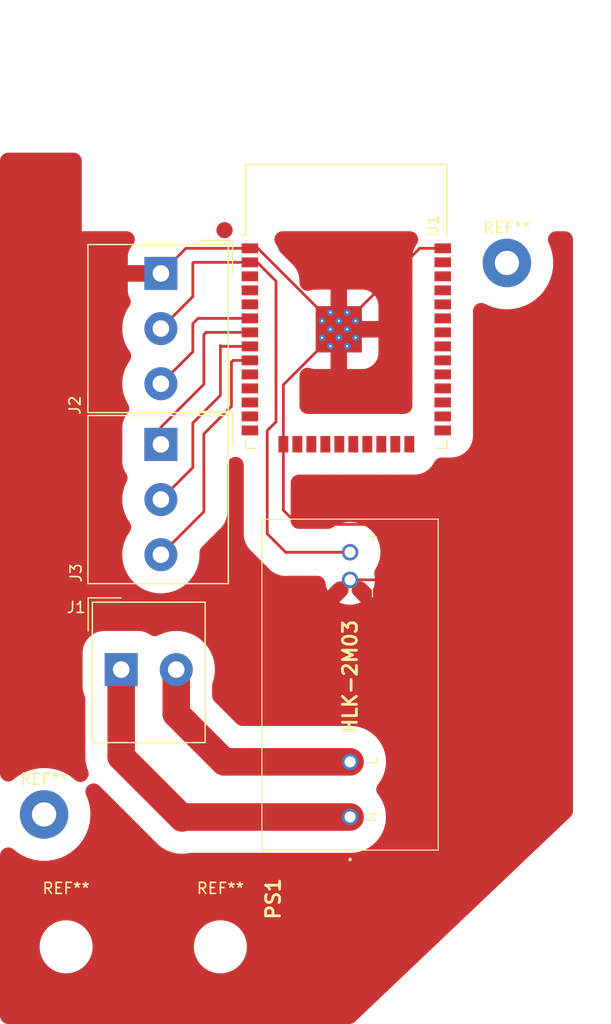
<source format=kicad_pcb>
(kicad_pcb (version 20221018) (generator pcbnew)
  (layers (0 "F.Cu" signal) (31 "B.Cu" signal) (34 "B.Paste" user) (35 "F.Paste" user) (36 "B.SilkS" user "B.Silkscreen") (37 "F.SilkS" user "F.Silkscreen") (38 "B.Mask" user) (39 "F.Mask" user) (44 "Edge.Cuts" user))
  (net 0 "")
  (net 1 "Net-(J1-Pin_1)")
  (net 2 "Net-(J1-Pin_2)")
  (net 3 "Net-(J2-Pin_2)")
  (net 4 "Net-(J2-Pin_1)")
  (net 8 "Net-(J3-Pin_1)")
  (net 9 "Net-(J2-Pin_3)")
  (net 10 "Net-(J3-Pin_3)")
  (net 11 "Net-(J3-Pin_2)")
  (footprint "MountingHole:MountingHole_2.2mm_M2_Pad" (layer "F.Cu") (at 63 166)
    (fp_text reference "REF**" (at 0 -3.2) (layer "F.SilkS"))
    (fp_text value "MountingHole_2.2mm_M2_Pad" hide)
    (pad "1" thru_hole circle (at 0 0) (size 4.4 4.4) (drill 2.2) (layers "*.Cu" "*.Mask"))
  )
  (footprint "TerminalBlock_Altech:Altech_AK300_1x03_P5.00mm_45-Degree" (layer "F.Cu") (at 73.6 132.45 -90)
    (fp_text reference "J3" (at 11.65 7.7 90) (layer "F.SilkS"))
    (fp_text value "Screw_Terminal_01x03" hide)
    (fp_line (start -3 -6.5) (end 0 -6.5) (stroke (width 0.12)) (layer "F.SilkS"))
    (fp_line (start -3 -3.5) (end -3 -6.5) (stroke (width 0.12)) (layer "F.SilkS"))
    (fp_line (start -2.62 -6.12) (end -2.62 6.62) (stroke (width 0.12)) (layer "F.SilkS"))
    (fp_line (start -2.62 -6.12) (end -2.62 6.62) (stroke (width 0.12)) (layer "F.SilkS"))
    (fp_line (start -2.62 -6.12) (end 12.62 -6.12) (stroke (width 0.12)) (layer "F.SilkS"))
    (fp_line (start -2.62 -6.12) (end 12.62 -6.12) (stroke (width 0.12)) (layer "F.SilkS"))
    (fp_line (start -2.62 6.62) (end 12.62 6.62) (stroke (width 0.12)) (layer "F.SilkS"))
    (fp_line (start -2.62 6.62) (end 12.62 6.62) (stroke (width 0.12)) (layer "F.SilkS"))
    (fp_line (start 12.62 -6.12) (end 12.62 6.62) (stroke (width 0.12)) (layer "F.SilkS"))
    (fp_line (start 12.62 -6.12) (end 12.62 6.62) (stroke (width 0.12)) (layer "F.SilkS"))
    (pad "1" thru_hole rect (at 0 0 270) (size 3 3) (drill 1.5) (layers "*.Cu" "*.Mask") (net 8 "Net-(J3-Pin_1)"))
    (pad "2" thru_hole circle (at 5 0 270) (size 3 3) (drill 1.5) (layers "*.Cu" "*.Mask") (net 11 "Net-(J3-Pin_2)"))
    (pad "3" thru_hole circle (at 10 0 270) (size 3 3) (drill 1.5) (layers "*.Cu" "*.Mask") (net 10 "Net-(J3-Pin_3)"))
  )
  (footprint "TerminalBlock_Altech:Altech_AK300_1x03_P5.00mm_45-Degree" (layer "F.Cu") (at 73.6 116.95 -90)
    (fp_text reference "J2" (at 11.95 7.8 90) (layer "F.SilkS"))
    (fp_text value "Screw_Terminal_01x03" hide)
    (fp_line (start -3 -6.5) (end 0 -6.5) (stroke (width 0.12)) (layer "F.SilkS"))
    (fp_line (start -3 -3.5) (end -3 -6.5) (stroke (width 0.12)) (layer "F.SilkS"))
    (fp_line (start -2.62 -6.12) (end -2.62 6.62) (stroke (width 0.12)) (layer "F.SilkS"))
    (fp_line (start -2.62 -6.12) (end -2.62 6.62) (stroke (width 0.12)) (layer "F.SilkS"))
    (fp_line (start -2.62 -6.12) (end 12.62 -6.12) (stroke (width 0.12)) (layer "F.SilkS"))
    (fp_line (start -2.62 -6.12) (end 12.62 -6.12) (stroke (width 0.12)) (layer "F.SilkS"))
    (fp_line (start -2.62 6.62) (end 12.62 6.62) (stroke (width 0.12)) (layer "F.SilkS"))
    (fp_line (start -2.62 6.62) (end 12.62 6.62) (stroke (width 0.12)) (layer "F.SilkS"))
    (fp_line (start 12.62 -6.12) (end 12.62 6.62) (stroke (width 0.12)) (layer "F.SilkS"))
    (fp_line (start 12.62 -6.12) (end 12.62 6.62) (stroke (width 0.12)) (layer "F.SilkS"))
    (pad "1" thru_hole rect (at 0 0 270) (size 3 3) (drill 1.5) (layers "*.Cu" "*.Mask") (net 4 "Net-(J2-Pin_1)"))
    (pad "2" thru_hole circle (at 5 0 270) (size 3 3) (drill 1.5) (layers "*.Cu" "*.Mask") (net 3 "Net-(J2-Pin_2)"))
    (pad "3" thru_hole circle (at 10 0 270) (size 3 3) (drill 1.5) (layers "*.Cu" "*.Mask") (net 9 "Net-(J2-Pin_3)"))
  )
  (footprint "MountingHole:MountingHole_2.2mm_M2_Pad" (layer "F.Cu") (at 105 116)
    (fp_text reference "REF**" (at 0 -3.2) (layer "F.SilkS"))
    (fp_text value "MountingHole_2.2mm_M2_Pad" hide)
    (pad "1" thru_hole circle (at 0 0) (size 4.4 4.4) (drill 2.2) (layers "*.Cu" "*.Mask"))
  )
  (footprint "MountingHole:MountingHole_4.3mm_M4" (layer "F.Cu") (at 79 178)
    (fp_text reference "REF**" (at 0 -5.3) (layer "F.SilkS"))
    (fp_text value "MountingHole_4.3mm_M4" hide)
    (pad "" np_thru_hole circle (at 0 0) (size 4.3 4.3) (drill 4.3) (layers "*.Cu" "*.Mask"))
  )
  (footprint "TerminalBlock_Altech:Altech_AK300_1x02_P5.00mm_45-Degree" (layer "F.Cu") (at 69.9975 152.8675)
    (fp_text reference "J1" (at -4.0825 -5.6375) (layer "F.SilkS"))
    (fp_text value "Screw_Terminal_01x02" hide)
    (fp_line (start -3 -6.5) (end 0 -6.5) (stroke (width 0.12)) (layer "F.SilkS"))
    (fp_line (start -3 -3.5) (end -3 -6.5) (stroke (width 0.12)) (layer "F.SilkS"))
    (fp_line (start -2.62 -6.12) (end -2.62 6.62) (stroke (width 0.12)) (layer "F.SilkS"))
    (fp_line (start -2.62 -6.12) (end -2.62 6.62) (stroke (width 0.12)) (layer "F.SilkS"))
    (fp_line (start -2.62 -6.12) (end 7.62 -6.12) (stroke (width 0.12)) (layer "F.SilkS"))
    (fp_line (start -2.62 -6.12) (end 7.62 -6.12) (stroke (width 0.12)) (layer "F.SilkS"))
    (fp_line (start -2.62 6.62) (end 7.62 6.62) (stroke (width 0.12)) (layer "F.SilkS"))
    (fp_line (start -2.62 6.62) (end 7.62 6.62) (stroke (width 0.12)) (layer "F.SilkS"))
    (fp_line (start 7.62 -6.12) (end 7.62 6.62) (stroke (width 0.12)) (layer "F.SilkS"))
    (fp_line (start 7.62 -6.12) (end 7.62 6.62) (stroke (width 0.12)) (layer "F.SilkS"))
    (pad "1" thru_hole rect (at 0 0) (size 3 3) (drill 1.5) (layers "*.Cu" "*.Mask") (net 1 "Net-(J1-Pin_1)"))
    (pad "2" thru_hole circle (at 5 0) (size 3 3) (drill 1.5) (layers "*.Cu" "*.Mask") (net 2 "Net-(J1-Pin_2)"))
  )
  (footprint "converts:HLK2M03" (layer "F.Cu") (at 90.77 166.23 90)
    (fp_text reference "PS1" (at -7.42 -6.97 90) (layer "F.SilkS") (effects (font (size 1.27 1.27) (thickness 0.254))))
    (fp_text value "HLK-2M03" (at 12.7 0 90) (layer "F.SilkS") (effects (font (size 1.27 1.27) (thickness 0.254))))
    (fp_text user "+" (at 25.4 2.54 90 unlocked) (layer "F.SilkS") (effects (font (thickness 0.1)) (justify bottom)))
    (fp_text user "N" (at 0 2.54 90 unlocked) (layer "F.SilkS") (effects (font (thickness 0.1)) (justify bottom)))
    (fp_text user "-" (at 20.32 2.54 90 unlocked) (layer "F.SilkS") (effects (font (thickness 0.1)) (justify bottom)))
    (fp_text user "L" (at 5.08 2.54 90 unlocked) (layer "F.SilkS") (effects (font (thickness 0.1)) (justify bottom)))
    (fp_line (start -3.9 0) (end -3.9 0) (stroke (width 0.2)) (layer "F.SilkS"))
    (fp_line (start -3.9 0) (end -3.9 0) (stroke (width 0.2)) (layer "F.SilkS"))
    (fp_line (start -3.8 0) (end -3.8 0) (stroke (width 0.2)) (layer "F.SilkS"))
    (fp_line (start -3 -8) (end 27 -8) (stroke (width 0.1)) (layer "F.SilkS"))
    (fp_line (start -3 8) (end -3 -8) (stroke (width 0.1)) (layer "F.SilkS"))
    (fp_line (start 27 -8) (end 27 8) (stroke (width 0.1)) (layer "F.SilkS"))
    (fp_line (start 27 8) (end -3 8) (stroke (width 0.1)) (layer "F.SilkS"))
    (fp_arc (start -3.9 0) (mid -3.85 -0.05) (end -3.8 0) (stroke (width 0.2)) (layer "F.SilkS"))
    (fp_arc (start -3.8 0) (mid -3.85 0.05) (end -3.9 0) (stroke (width 0.2)) (layer "F.SilkS"))
    (fp_arc (start -3.8 0) (mid -3.85 0.05) (end -3.9 0) (stroke (width 0.2)) (layer "F.SilkS"))
    (pad "1" thru_hole circle (at 0 0 90) (size 1.5 1.5) (drill 1) (layers "*.Cu" "*.Mask") (net 1 "Net-(J1-Pin_1)"))
    (pad "2" thru_hole circle (at 5 0 90) (size 1.5 1.5) (drill 1) (layers "*.Cu" "*.Mask") (net 2 "Net-(J1-Pin_2)"))
    (pad "3" thru_hole circle (at 21.5 0 90) (size 1.5 1.5) (drill 1) (layers "*.Cu" "*.Mask") (net 4 "Net-(J2-Pin_1)"))
    (pad "4" thru_hole circle (at 24 0 90) (size 1.5 1.5) (drill 1) (layers "*.Cu" "*.Mask") (net 3 "Net-(J2-Pin_2)"))
  )
  (footprint "RF_Module:ESP32-WROOM-32" (layer "F.Cu") (at 90.425 122.925)
    (fp_text reference "U1" (at 7.875 -10.275 90) (layer "F.SilkS"))
    (fp_text value "ESP32-WROOM-32")
    (fp_line (start -9.12 -15.86) (end -9.12 -9.445) (stroke (width 0.12)) (layer "F.SilkS"))
    (fp_line (start -9.12 -15.86) (end 9.12 -15.86) (stroke (width 0.12)) (layer "F.SilkS"))
    (fp_line (start -9.12 -9.445) (end -9.5 -9.445) (stroke (width 0.12)) (layer "F.SilkS"))
    (fp_line (start -9.12 9.1) (end -9.12 9.88) (stroke (width 0.12)) (layer "F.SilkS"))
    (fp_line (start -9.12 9.88) (end -8.12 9.88) (stroke (width 0.12)) (layer "F.SilkS"))
    (fp_line (start 9.12 -15.86) (end 9.12 -9.445) (stroke (width 0.12)) (layer "F.SilkS"))
    (fp_line (start 9.12 9.1) (end 9.12 9.88) (stroke (width 0.12)) (layer "F.SilkS"))
    (fp_line (start 9.12 9.88) (end 8.12 9.88) (stroke (width 0.12)) (layer "F.SilkS"))
    (pad "1" smd rect (at -8.75 -8.25) (size 1.5 0.9) (layers "F.Cu" "F.Paste" "F.Mask") (net 4 "Net-(J2-Pin_1)"))
    (pad "2" smd rect (at -8.75 -6.98) (size 1.5 0.9) (layers "F.Cu" "F.Paste" "F.Mask") (net 3 "Net-(J2-Pin_2)"))
    (pad "3" smd rect (at -8.75 -5.71) (size 1.5 0.9) (layers "F.Cu" "F.Paste" "F.Mask"))
    (pad "4" smd rect (at -8.75 -4.44) (size 1.5 0.9) (layers "F.Cu" "F.Paste" "F.Mask"))
    (pad "5" smd rect (at -8.75 -3.17) (size 1.5 0.9) (layers "F.Cu" "F.Paste" "F.Mask"))
    (pad "6" smd rect (at -8.75 -1.9) (size 1.5 0.9) (layers "F.Cu" "F.Paste" "F.Mask") (net 9 "Net-(J2-Pin_3)"))
    (pad "7" smd rect (at -8.75 -0.63) (size 1.5 0.9) (layers "F.Cu" "F.Paste" "F.Mask") (net 8 "Net-(J3-Pin_1)"))
    (pad "8" smd rect (at -8.75 0.64) (size 1.5 0.9) (layers "F.Cu" "F.Paste" "F.Mask") (net 11 "Net-(J3-Pin_2)"))
    (pad "9" smd rect (at -8.75 1.91) (size 1.5 0.9) (layers "F.Cu" "F.Paste" "F.Mask") (net 10 "Net-(J3-Pin_3)"))
    (pad "10" smd rect (at -8.75 3.18) (size 1.5 0.9) (layers "F.Cu" "F.Paste" "F.Mask"))
    (pad "11" smd rect (at -8.75 4.45) (size 1.5 0.9) (layers "F.Cu" "F.Paste" "F.Mask"))
    (pad "12" smd rect (at -8.75 5.72) (size 1.5 0.9) (layers "F.Cu" "F.Paste" "F.Mask"))
    (pad "13" smd rect (at -8.75 6.99) (size 1.5 0.9) (layers "F.Cu" "F.Paste" "F.Mask"))
    (pad "14" smd rect (at -8.75 8.26) (size 1.5 0.9) (layers "F.Cu" "F.Paste" "F.Mask"))
    (pad "15" smd rect (at -5.71 9.51 90) (size 1.5 0.9) (layers "F.Cu" "F.Paste" "F.Mask") (net 4 "Net-(J2-Pin_1)"))
    (pad "16" smd rect (at -4.44 9.51 90) (size 1.5 0.9) (layers "F.Cu" "F.Paste" "F.Mask"))
    (pad "17" smd rect (at -3.17 9.51 90) (size 1.5 0.9) (layers "F.Cu" "F.Paste" "F.Mask"))
    (pad "18" smd rect (at -1.9 9.51 90) (size 1.5 0.9) (layers "F.Cu" "F.Paste" "F.Mask"))
    (pad "19" smd rect (at -0.63 9.51 90) (size 1.5 0.9) (layers "F.Cu" "F.Paste" "F.Mask"))
    (pad "20" smd rect (at 0.64 9.51 90) (size 1.5 0.9) (layers "F.Cu" "F.Paste" "F.Mask"))
    (pad "21" smd rect (at 1.91 9.51 90) (size 1.5 0.9) (layers "F.Cu" "F.Paste" "F.Mask"))
    (pad "22" smd rect (at 3.18 9.51 90) (size 1.5 0.9) (layers "F.Cu" "F.Paste" "F.Mask"))
    (pad "23" smd rect (at 4.45 9.51 90) (size 1.5 0.9) (layers "F.Cu" "F.Paste" "F.Mask"))
    (pad "24" smd rect (at 5.72 9.51 90) (size 1.5 0.9) (layers "F.Cu" "F.Paste" "F.Mask"))
    (pad "25" smd rect (at 8.75 8.26) (size 1.5 0.9) (layers "F.Cu" "F.Paste" "F.Mask"))
    (pad "26" smd rect (at 8.75 6.99) (size 1.5 0.9) (layers "F.Cu" "F.Paste" "F.Mask"))
    (pad "27" smd rect (at 8.75 5.72) (size 1.5 0.9) (layers "F.Cu" "F.Paste" "F.Mask"))
    (pad "28" smd rect (at 8.75 4.45) (size 1.5 0.9) (layers "F.Cu" "F.Paste" "F.Mask"))
    (pad "29" smd rect (at 8.75 3.18) (size 1.5 0.9) (layers "F.Cu" "F.Paste" "F.Mask"))
    (pad "30" smd rect (at 8.75 1.91) (size 1.5 0.9) (layers "F.Cu" "F.Paste" "F.Mask"))
    (pad "31" smd rect (at 8.75 0.64) (size 1.5 0.9) (layers "F.Cu" "F.Paste" "F.Mask"))
    (pad "32" smd rect (at 8.75 -0.63) (size 1.5 0.9) (layers "F.Cu" "F.Paste" "F.Mask"))
    (pad "33" smd rect (at 8.75 -1.9) (size 1.5 0.9) (layers "F.Cu" "F.Paste" "F.Mask"))
    (pad "34" smd rect (at 8.75 -3.17) (size 1.5 0.9) (layers "F.Cu" "F.Paste" "F.Mask"))
    (pad "35" smd rect (at 8.75 -4.44) (size 1.5 0.9) (layers "F.Cu" "F.Paste" "F.Mask"))
    (pad "36" smd rect (at 8.75 -5.71) (size 1.5 0.9) (layers "F.Cu" "F.Paste" "F.Mask"))
    (pad "37" smd rect (at 8.75 -6.98) (size 1.5 0.9) (layers "F.Cu" "F.Paste" "F.Mask"))
    (pad "38" smd rect (at 8.75 -8.25) (size 1.5 0.9) (layers "F.Cu" "F.Paste" "F.Mask") (net 4 "Net-(J2-Pin_1)"))
    (pad "39" smd rect (at -2.205 -2.435) (size 1.05 1.05) (layers "F.Cu" "F.Paste") (net 4 "Net-(J2-Pin_1)"))
    (pad "39" thru_hole circle (at -2.205 -1.6725) (size 0.6 0.6) (drill 0.2) (property pad_prop_heatsink) (layers "*.Cu" "F.Mask") (net 4 "Net-(J2-Pin_1)"))
    (pad "39" smd rect (at -2.205 -0.91) (size 1.05 1.05) (layers "F.Cu" "F.Paste") (net 4 "Net-(J2-Pin_1)"))
    (pad "39" thru_hole circle (at -2.205 -0.1475) (size 0.6 0.6) (drill 0.2) (property pad_prop_heatsink) (layers "*.Cu" "F.Mask") (net 4 "Net-(J2-Pin_1)"))
    (pad "39" smd rect (at -2.205 0.615) (size 1.05 1.05) (layers "F.Cu" "F.Paste") (net 4 "Net-(J2-Pin_1)"))
    (pad "39" thru_hole circle (at -1.4425 -2.435) (size 0.6 0.6) (drill 0.2) (property pad_prop_heatsink) (layers "*.Cu" "F.Mask") (net 4 "Net-(J2-Pin_1)"))
    (pad "39" thru_hole circle (at -1.4425 -0.91) (size 0.6 0.6) (drill 0.2) (property pad_prop_heatsink) (layers "*.Cu" "F.Mask") (net 4 "Net-(J2-Pin_1)"))
    (pad "39" thru_hole circle (at -1.4425 0.615) (size 0.6 0.6) (drill 0.2) (property pad_prop_heatsink) (layers "*.Cu" "F.Mask") (net 4 "Net-(J2-Pin_1)"))
    (pad "39" smd rect (at -0.68 -2.435) (size 1.05 1.05) (layers "F.Cu" "F.Paste") (net 4 "Net-(J2-Pin_1)"))
    (pad "39" thru_hole circle (at -0.68 -1.6725) (size 0.6 0.6) (drill 0.2) (property pad_prop_heatsink) (layers "*.Cu" "F.Mask") (net 4 "Net-(J2-Pin_1)"))
    (pad "39" smd rect (at -0.68 -0.91) (size 1.05 1.05) (layers "F.Cu" "F.Paste") (net 4 "Net-(J2-Pin_1)"))
    (pad "39" smd rect (at -0.68 -0.91) (size 4.2 4.2) (layers "F.Cu" "F.Mask") (net 4 "Net-(J2-Pin_1)"))
    (pad "39" thru_hole circle (at -0.68 -0.1475) (size 0.6 0.6) (drill 0.2) (property pad_prop_heatsink) (layers "*.Cu" "F.Mask") (net 4 "Net-(J2-Pin_1)"))
    (pad "39" smd rect (at -0.68 0.615) (size 1.05 1.05) (layers "F.Cu" "F.Paste") (net 4 "Net-(J2-Pin_1)"))
    (pad "39" thru_hole circle (at 0.0825 -2.435) (size 0.6 0.6) (drill 0.2) (property pad_prop_heatsink) (layers "*.Cu" "F.Mask") (net 4 "Net-(J2-Pin_1)"))
    (pad "39" thru_hole circle (at 0.0825 -0.91) (size 0.6 0.6) (drill 0.2) (property pad_prop_heatsink) (layers "*.Cu" "F.Mask") (net 4 "Net-(J2-Pin_1)"))
    (pad "39" thru_hole circle (at 0.0825 0.615) (size 0.6 0.6) (drill 0.2) (property pad_prop_heatsink) (layers "*.Cu" "F.Mask") (net 4 "Net-(J2-Pin_1)"))
    (pad "39" smd rect (at 0.845 -2.435) (size 1.05 1.05) (layers "F.Cu" "F.Paste") (net 4 "Net-(J2-Pin_1)"))
    (pad "39" thru_hole circle (at 0.845 -1.6725) (size 0.6 0.6) (drill 0.2) (property pad_prop_heatsink) (layers "*.Cu" "F.Mask") (net 4 "Net-(J2-Pin_1)"))
    (pad "39" smd rect (at 0.845 -0.91) (size 1.05 1.05) (layers "F.Cu" "F.Paste") (net 4 "Net-(J2-Pin_1)"))
    (pad "39" thru_hole circle (at 0.845 -0.1475) (size 0.6 0.6) (drill 0.2) (property pad_prop_heatsink) (layers "*.Cu" "F.Mask") (net 4 "Net-(J2-Pin_1)"))
    (pad "39" smd rect (at 0.845 0.615) (size 1.05 1.05) (layers "F.Cu" "F.Paste") (net 4 "Net-(J2-Pin_1)"))
    (zone (net 0) (net_name "") (layers "F.Cu" "In1.Cu" "B.Cu") (connect_pads (clearance 0)) (min_thickness 0.254)
      (keepout (tracks not_allowed) (vias not_allowed) (pads not_allowed) (copperpour not_allowed) (footprints not_allowed))
      (fill (thermal_gap 0.508) (thermal_bridge_width 0.508))
      (polygon (pts (xy 66.425 113.125) (xy 114.425 113.125) (xy 114.425 92.185) (xy 66.425 92.185)))
    )
  )
  (footprint "MountingHole:MountingHole_4.3mm_M4" (layer "F.Cu") (at 65 178)
    (fp_text reference "REF**" (at 0 -5.3) (layer "F.SilkS"))
    (fp_text value "MountingHole_4.3mm_M4" hide)
    (pad "" np_thru_hole circle (at 0 0) (size 4.3 4.3) (drill 4.3) (layers "*.Cu" "*.Mask"))
  )
  (gr_circle (center 79.375 113.03) (end 80.01 113.03) (stroke (width 0.2)) (fill solid) (layer "F.Cu"))
  (segment (start 69.9975 152.8675) (end 69.9975 160.7775) (width 2.5) (layer "F.Cu") (net 1))
  (segment (start 69.9975 160.7775) (end 75.53 166.31) (width 2.5) (layer "F.Cu") (net 1))
  (segment (start 75.61 166.23) (end 90.77 166.23) (width 2.5) (layer "F.Cu") (net 1))
  (segment (start 75.53 166.31) (end 75.61 166.23) (width 2.5) (layer "F.Cu") (net 1))
  (segment (start 74.9975 156.8875) (end 79.34 161.23) (width 2.5) (layer "F.Cu") (net 2))
  (segment (start 79.34 161.23) (end 90.77 161.23) (width 2.5) (layer "F.Cu") (net 2))
  (segment (start 74.9975 152.8675) (end 74.9975 156.8875) (width 2.5) (layer "F.Cu") (net 2))
  (segment (start 76.555 115.945) (end 76.5 116) (width 0.25) (layer "F.Cu") (net 3))
  (segment (start 82.345 115.945) (end 81.675 115.945) (width 0.25) (layer "F.Cu") (net 3))
  (segment (start 76.5 119.05) (end 73.6 121.95) (width 0.25) (layer "F.Cu") (net 3))
  (segment (start 84.95 142.25) (end 83.25 140.55) (width 0.25) (layer "F.Cu") (net 3))
  (segment (start 84.05 130.4) (end 84.05 117.65) (width 0.25) (layer "F.Cu") (net 3))
  (segment (start 84.97 142.23) (end 84.95 142.25) (width 0.25) (layer "F.Cu") (net 3))
  (segment (start 83.25 131.2) (end 84.05 130.4) (width 0.25) (layer "F.Cu") (net 3))
  (segment (start 81.675 115.945) (end 76.555 115.945) (width 0.25) (layer "F.Cu") (net 3))
  (segment (start 76.5 116) (end 76.5 119.05) (width 0.25) (layer "F.Cu") (net 3))
  (segment (start 90.77 142.23) (end 84.97 142.23) (width 0.25) (layer "F.Cu") (net 3))
  (segment (start 84.05 117.65) (end 82.345 115.945) (width 0.25) (layer "F.Cu") (net 3))
  (segment (start 83.25 140.55) (end 83.25 131.2) (width 0.25) (layer "F.Cu") (net 3))
  (segment (start 88.22 120.49) (end 82.405 114.675) (width 0.25) (layer "F.Cu") (net 4))
  (segment (start 94.57 144.73) (end 94.57 141.07) (width 0.25) (layer "F.Cu") (net 4))
  (segment (start 94.605 148.6) (end 94.615 148.59) (width 0.25) (layer "F.Cu") (net 4))
  (segment (start 84.7 138.35) (end 84.715 138.335) (width 0.25) (layer "F.Cu") (net 4))
  (segment (start 94.57 141.07) (end 93.2 139.7) (width 0.25) (layer "F.Cu") (net 4))
  (segment (start 84.715 138.335) (end 84.715 132.435) (width 0.25) (layer "F.Cu") (net 4))
  (segment (start 84.715 127.045) (end 88.22 123.54) (width 0.25) (layer "F.Cu") (net 4))
  (segment (start 75.875 114.675) (end 73.6 116.95) (width 0.25) (layer "F.Cu") (net 4))
  (segment (start 93.2 139.7) (end 86 139.7) (width 0.25) (layer "F.Cu") (net 4))
  (segment (start 90.77 144.73) (end 94.57 144.73) (width 0.25) (layer "F.Cu") (net 4))
  (segment (start 82.405 114.675) (end 81.675 114.675) (width 0.25) (layer "F.Cu") (net 4))
  (segment (start 81.675 114.675) (end 75.875 114.675) (width 0.25) (layer "F.Cu") (net 4))
  (segment (start 91.27 120.49) (end 97.085 114.675) (width 0.25) (layer "F.Cu") (net 4))
  (segment (start 86 139.7) (end 84.7 138.4) (width 0.25) (layer "F.Cu") (net 4))
  (segment (start 84.7 138.4) (end 84.7 138.35) (width 0.25) (layer "F.Cu") (net 4))
  (segment (start 84.715 132.435) (end 84.715 127.045) (width 0.25) (layer "F.Cu") (net 4))
  (segment (start 97.085 114.675) (end 99.175 114.675) (width 0.25) (layer "F.Cu") (net 4))
  (segment (start 73.6 130.9) (end 73.6 132.45) (width 0.25) (layer "F.Cu") (net 8))
  (segment (start 77.5 127) (end 73.6 130.9) (width 0.25) (layer "F.Cu") (net 8))
  (segment (start 77.705 122.295) (end 77.5 122.5) (width 0.25) (layer "F.Cu") (net 8))
  (segment (start 81.675 122.295) (end 77.705 122.295) (width 0.25) (layer "F.Cu") (net 8))
  (segment (start 77.5 122.5) (end 77.5 127) (width 0.25) (layer "F.Cu") (net 8))
  (segment (start 76.5 124.05) (end 73.6 126.95) (width 0.25) (layer "F.Cu") (net 9))
  (segment (start 77 121) (end 76.5 121.5) (width 0.25) (layer "F.Cu") (net 9))
  (segment (start 81.675 121.025) (end 77.025 121.025) (width 0.25) (layer "F.Cu") (net 9))
  (segment (start 77.025 121.025) (end 77 121) (width 0.25) (layer "F.Cu") (net 9))
  (segment (start 76.5 121.5) (end 76.5 124.05) (width 0.25) (layer "F.Cu") (net 9))
  (segment (start 77.5 138.55) (end 73.6 142.45) (width 0.25) (layer "F.Cu") (net 10))
  (segment (start 80.165 124.835) (end 80 125) (width 0.25) (layer "F.Cu") (net 10))
  (segment (start 81.675 124.835) (end 80.165 124.835) (width 0.25) (layer "F.Cu") (net 10))
  (segment (start 77.5 131.5) (end 77.5 138.55) (width 0.25) (layer "F.Cu") (net 10))
  (segment (start 80 129) (end 77.5 131.5) (width 0.25) (layer "F.Cu") (net 10))
  (segment (start 80 125) (end 80 129) (width 0.25) (layer "F.Cu") (net 10))
  (segment (start 79.065 123.565) (end 79 123.5) (width 0.25) (layer "F.Cu") (net 11))
  (segment (start 79 123.5) (end 79 128) (width 0.25) (layer "F.Cu") (net 11))
  (segment (start 76.5 130.5) (end 76.5 134.55) (width 0.25) (layer "F.Cu") (net 11))
  (segment (start 79 128) (end 76.5 130.5) (width 0.25) (layer "F.Cu") (net 11))
  (segment (start 81.675 123.565) (end 79.065 123.565) (width 0.25) (layer "F.Cu") (net 11))
  (segment (start 76.5 134.55) (end 73.6 137.45) (width 0.25) (layer "F.Cu") (net 11))
  (zone (net 4) (net_name "Net-(J2-Pin_1)") (layer "F.Cu") (name "GND") (connect_pads (clearance 2)) (min_thickness 1.5) (fill yes (thermal_gap 1.5) (thermal_bridge_width 1.5))
    (polygon (pts (xy 111 166) (xy 91 185) (xy 59 185) (xy 59 106) (xy 111 106)))
  )
)
</source>
